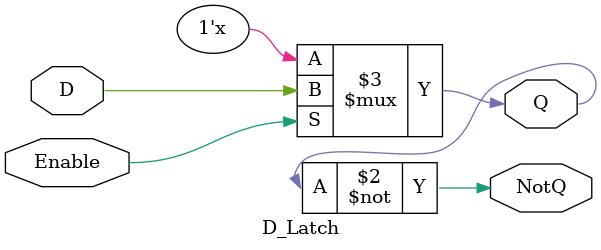
<source format=v>
module D_Latch(
    input D,
    input Enable,
    output reg Q,
    output NotQ
);

    always @(D, Enable) begin 
        if (Enable)
            Q <= D;
    end

    assign NotQ = ~Q; 

endmodule

</source>
